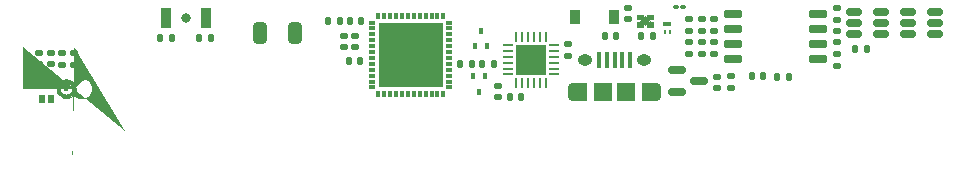
<source format=gts>
%TF.GenerationSoftware,KiCad,Pcbnew,6.0.5-a6ca702e91~116~ubuntu22.04.1*%
%TF.CreationDate,2022-07-01T18:09:48-07:00*%
%TF.ProjectId,OSSG_v0p3,4f535347-5f76-4307-9033-2e6b69636164,v0.3*%
%TF.SameCoordinates,Original*%
%TF.FileFunction,Soldermask,Top*%
%TF.FilePolarity,Negative*%
%FSLAX46Y46*%
G04 Gerber Fmt 4.6, Leading zero omitted, Abs format (unit mm)*
G04 Created by KiCad (PCBNEW 6.0.5-a6ca702e91~116~ubuntu22.04.1) date 2022-07-01 18:09:48*
%MOMM*%
%LPD*%
G01*
G04 APERTURE LIST*
G04 Aperture macros list*
%AMRoundRect*
0 Rectangle with rounded corners*
0 $1 Rounding radius*
0 $2 $3 $4 $5 $6 $7 $8 $9 X,Y pos of 4 corners*
0 Add a 4 corners polygon primitive as box body*
4,1,4,$2,$3,$4,$5,$6,$7,$8,$9,$2,$3,0*
0 Add four circle primitives for the rounded corners*
1,1,$1+$1,$2,$3*
1,1,$1+$1,$4,$5*
1,1,$1+$1,$6,$7*
1,1,$1+$1,$8,$9*
0 Add four rect primitives between the rounded corners*
20,1,$1+$1,$2,$3,$4,$5,0*
20,1,$1+$1,$4,$5,$6,$7,0*
20,1,$1+$1,$6,$7,$8,$9,0*
20,1,$1+$1,$8,$9,$2,$3,0*%
%AMFreePoly0*
4,1,103,0.919391,0.822403,0.926250,0.818200,0.934269,0.817569,1.160851,0.702119,1.166075,0.696003,1.173507,0.692924,1.353325,0.513107,1.356403,0.505675,1.362519,0.500452,1.477969,0.273869,1.478600,0.265849,1.482803,0.258991,1.508245,0.098357,1.511543,0.091283,1.519917,0.075198,1.519565,0.074081,1.520059,0.073021,1.523152,0.002182,1.522358,0.000000,1.523152,-0.002182,
1.520059,-0.073021,1.519565,-0.074081,1.519917,-0.075198,1.511543,-0.091283,1.508245,-0.098357,1.482803,-0.258991,1.478600,-0.265849,1.477969,-0.273869,1.362519,-0.500452,1.356403,-0.505675,1.353325,-0.513107,1.173507,-0.692924,1.166075,-0.696003,1.160851,-0.702119,0.934269,-0.817569,0.926250,-0.818200,0.919391,-0.822403,0.668222,-0.862184,0.660400,-0.860306,0.652579,-0.862184,
0.401409,-0.822403,0.394551,-0.818200,0.386531,-0.817569,0.159948,-0.702119,0.154725,-0.696003,0.147293,-0.692925,-0.032524,-0.513107,-0.035603,-0.505675,-0.041719,-0.500451,-0.157169,-0.273869,-0.157800,-0.265850,-0.162003,-0.258991,-0.187445,-0.098355,-0.190741,-0.091288,-0.199117,-0.075198,-0.198765,-0.074081,-0.199259,-0.073021,-0.202352,-0.002181,-0.201558,0.000000,0.203023,0.000000,
0.225408,-0.141336,0.290375,-0.268841,0.391559,-0.370025,0.519062,-0.434992,0.660400,-0.457377,0.801736,-0.434992,0.929241,-0.370025,1.030425,-0.268841,1.095392,-0.141338,1.117777,0.000000,1.095392,0.141338,1.030425,0.268841,0.929241,0.370025,0.801736,0.434992,0.660400,0.457377,0.519062,0.434992,0.391559,0.370025,0.290375,0.268841,0.225408,0.141336,0.203023,0.000000,
-0.201558,0.000000,-0.202352,0.002181,-0.199259,0.073021,-0.198765,0.074081,-0.199117,0.075198,-0.190741,0.091288,-0.187445,0.098355,-0.162003,0.258991,-0.157800,0.265850,-0.157169,0.273869,-0.041719,0.500451,-0.035603,0.505675,-0.032524,0.513107,0.147293,0.692925,0.154725,0.696003,0.159948,0.702119,0.386531,0.817569,0.394551,0.818200,0.401409,0.822403,0.652579,0.862184,
0.660400,0.860306,0.668222,0.862184,0.919391,0.822403,0.919391,0.822403,$1*%
G04 Aperture macros list end*
%ADD10C,0.100000*%
%ADD11C,0.000100*%
%ADD12C,0.001000*%
%ADD13RoundRect,0.150000X0.512500X0.150000X-0.512500X0.150000X-0.512500X-0.150000X0.512500X-0.150000X0*%
%ADD14RoundRect,0.147500X-0.172500X0.147500X-0.172500X-0.147500X0.172500X-0.147500X0.172500X0.147500X0*%
%ADD15RoundRect,0.140000X0.170000X-0.140000X0.170000X0.140000X-0.170000X0.140000X-0.170000X-0.140000X0*%
%ADD16C,0.800000*%
%ADD17R,0.900000X1.700000*%
%ADD18R,0.400000X0.510000*%
%ADD19RoundRect,0.135000X0.135000X0.185000X-0.135000X0.185000X-0.135000X-0.185000X0.135000X-0.185000X0*%
%ADD20RoundRect,0.140000X-0.140000X-0.170000X0.140000X-0.170000X0.140000X0.170000X-0.140000X0.170000X0*%
%ADD21R,0.900000X1.200000*%
%ADD22RoundRect,0.140000X-0.170000X0.140000X-0.170000X-0.140000X0.170000X-0.140000X0.170000X0.140000X0*%
%ADD23RoundRect,0.135000X0.185000X-0.135000X0.185000X0.135000X-0.185000X0.135000X-0.185000X-0.135000X0*%
%ADD24RoundRect,0.250000X-0.325000X-0.650000X0.325000X-0.650000X0.325000X0.650000X-0.325000X0.650000X0*%
%ADD25R,0.522000X0.725000*%
%ADD26FreePoly0,180.000000*%
%ADD27C,0.381000*%
%ADD28RoundRect,0.140000X0.140000X0.170000X-0.140000X0.170000X-0.140000X-0.170000X0.140000X-0.170000X0*%
%ADD29RoundRect,0.100000X-0.130000X-0.100000X0.130000X-0.100000X0.130000X0.100000X-0.130000X0.100000X0*%
%ADD30RoundRect,0.014000X0.211000X0.161000X-0.211000X0.161000X-0.211000X-0.161000X0.211000X-0.161000X0*%
%ADD31RoundRect,0.014000X-0.161000X0.211000X-0.161000X-0.211000X0.161000X-0.211000X0.161000X0.211000X0*%
%ADD32RoundRect,0.014000X-0.211000X-0.161000X0.211000X-0.161000X0.211000X0.161000X-0.211000X0.161000X0*%
%ADD33RoundRect,0.014000X0.161000X-0.211000X0.161000X0.211000X-0.161000X0.211000X-0.161000X-0.211000X0*%
%ADD34R,5.400000X5.400000*%
%ADD35RoundRect,0.135000X-0.185000X0.135000X-0.185000X-0.135000X0.185000X-0.135000X0.185000X0.135000X0*%
%ADD36RoundRect,0.150000X-0.587500X-0.150000X0.587500X-0.150000X0.587500X0.150000X-0.587500X0.150000X0*%
%ADD37R,0.400000X1.350000*%
%ADD38R,1.200000X1.550000*%
%ADD39O,1.250000X0.950000*%
%ADD40O,0.890000X1.550000*%
%ADD41R,1.500000X1.550000*%
%ADD42RoundRect,0.150000X0.650000X0.150000X-0.650000X0.150000X-0.650000X-0.150000X0.650000X-0.150000X0*%
%ADD43RoundRect,0.062500X0.062500X-0.350000X0.062500X0.350000X-0.062500X0.350000X-0.062500X-0.350000X0*%
%ADD44RoundRect,0.062500X0.350000X-0.062500X0.350000X0.062500X-0.350000X0.062500X-0.350000X-0.062500X0*%
%ADD45R,2.600000X2.600000*%
%ADD46RoundRect,0.135000X-0.135000X-0.185000X0.135000X-0.185000X0.135000X0.185000X-0.135000X0.185000X0*%
%ADD47RoundRect,0.050000X0.075000X-0.150000X0.075000X0.150000X-0.075000X0.150000X-0.075000X-0.150000X0*%
%ADD48RoundRect,0.050000X0.300000X-0.150000X0.300000X0.150000X-0.300000X0.150000X-0.300000X-0.150000X0*%
G04 APERTURE END LIST*
%TO.C,U6*%
G36*
X86275400Y-82350000D02*
G01*
X86235619Y-82601169D01*
X86120169Y-82827752D01*
X85940352Y-83007569D01*
X85713769Y-83123019D01*
X85462600Y-83162800D01*
X85211431Y-83123019D01*
X84984848Y-83007569D01*
X84805031Y-82827752D01*
X84689581Y-82601169D01*
X84649800Y-82350000D01*
X84652893Y-82279160D01*
X84956533Y-82305725D01*
X84954600Y-82350000D01*
X84979463Y-82506981D01*
X85051619Y-82648595D01*
X85164005Y-82760981D01*
X85305619Y-82833137D01*
X85462600Y-82858000D01*
X85619581Y-82833137D01*
X85761195Y-82760981D01*
X85873581Y-82648595D01*
X85945737Y-82506981D01*
X85970600Y-82350000D01*
X85968667Y-82305725D01*
X86272307Y-82279160D01*
X86275400Y-82350000D01*
G37*
D10*
X86275400Y-82350000D02*
X86235619Y-82601169D01*
X86120169Y-82827752D01*
X85940352Y-83007569D01*
X85713769Y-83123019D01*
X85462600Y-83162800D01*
X85211431Y-83123019D01*
X84984848Y-83007569D01*
X84805031Y-82827752D01*
X84689581Y-82601169D01*
X84649800Y-82350000D01*
X84652893Y-82279160D01*
X84956533Y-82305725D01*
X84954600Y-82350000D01*
X84979463Y-82506981D01*
X85051619Y-82648595D01*
X85164005Y-82760981D01*
X85305619Y-82833137D01*
X85462600Y-82858000D01*
X85619581Y-82833137D01*
X85761195Y-82760981D01*
X85873581Y-82648595D01*
X85945737Y-82506981D01*
X85970600Y-82350000D01*
X85968667Y-82305725D01*
X86272307Y-82279160D01*
X86275400Y-82350000D01*
G36*
X85713769Y-81576981D02*
G01*
X85940352Y-81692431D01*
X86120169Y-81872248D01*
X86235619Y-82098831D01*
X86275400Y-82350000D01*
X86272307Y-82420840D01*
X85968667Y-82394275D01*
X85970600Y-82350000D01*
X85945737Y-82193019D01*
X85873581Y-82051405D01*
X85761195Y-81939019D01*
X85619581Y-81866863D01*
X85462600Y-81842000D01*
X85305619Y-81866863D01*
X85164005Y-81939019D01*
X85051619Y-82051405D01*
X84979463Y-82193019D01*
X84954600Y-82350000D01*
X84956533Y-82394275D01*
X84652893Y-82420840D01*
X84649800Y-82350000D01*
X84689581Y-82098831D01*
X84805031Y-81872248D01*
X84984848Y-81692431D01*
X85211431Y-81576981D01*
X85462600Y-81537200D01*
X85713769Y-81576981D01*
G37*
X85713769Y-81576981D02*
X85940352Y-81692431D01*
X86120169Y-81872248D01*
X86235619Y-82098831D01*
X86275400Y-82350000D01*
X86272307Y-82420840D01*
X85968667Y-82394275D01*
X85970600Y-82350000D01*
X85945737Y-82193019D01*
X85873581Y-82051405D01*
X85761195Y-81939019D01*
X85619581Y-81866863D01*
X85462600Y-81842000D01*
X85305619Y-81866863D01*
X85164005Y-81939019D01*
X85051619Y-82051405D01*
X84979463Y-82193019D01*
X84954600Y-82350000D01*
X84956533Y-82394275D01*
X84652893Y-82420840D01*
X84649800Y-82350000D01*
X84689581Y-82098831D01*
X84805031Y-81872248D01*
X84984848Y-81692431D01*
X85211431Y-81576981D01*
X85462600Y-81537200D01*
X85713769Y-81576981D01*
%TO.C,U3*%
G36*
X135112500Y-76455000D02*
G01*
X134822500Y-76455000D01*
X134622500Y-76255000D01*
X134622500Y-76095000D01*
X135112500Y-76095000D01*
X135112500Y-76455000D01*
G37*
D11*
X135112500Y-76455000D02*
X134822500Y-76455000D01*
X134622500Y-76255000D01*
X134622500Y-76095000D01*
X135112500Y-76095000D01*
X135112500Y-76455000D01*
G36*
X134302500Y-76945000D02*
G01*
X134302500Y-77105000D01*
X133812500Y-77105000D01*
X133812500Y-76745000D01*
X134102500Y-76745000D01*
X134302500Y-76945000D01*
G37*
X134302500Y-76945000D02*
X134302500Y-77105000D01*
X133812500Y-77105000D01*
X133812500Y-76745000D01*
X134102500Y-76745000D01*
X134302500Y-76945000D01*
G36*
X134862500Y-76600000D02*
G01*
X134462500Y-77000000D01*
X134062500Y-76600000D01*
X134462500Y-76200000D01*
X134862500Y-76600000D01*
G37*
D12*
X134862500Y-76600000D02*
X134462500Y-77000000D01*
X134062500Y-76600000D01*
X134462500Y-76200000D01*
X134862500Y-76600000D01*
G36*
X135112500Y-77105000D02*
G01*
X134622500Y-77105000D01*
X134622500Y-76945000D01*
X134822500Y-76745000D01*
X135112500Y-76745000D01*
X135112500Y-77105000D01*
G37*
D11*
X135112500Y-77105000D02*
X134622500Y-77105000D01*
X134622500Y-76945000D01*
X134822500Y-76745000D01*
X135112500Y-76745000D01*
X135112500Y-77105000D01*
G36*
X134302500Y-76255000D02*
G01*
X134102500Y-76455000D01*
X133812500Y-76455000D01*
X133812500Y-76095000D01*
X134302500Y-76095000D01*
X134302500Y-76255000D01*
G37*
X134302500Y-76255000D02*
X134102500Y-76455000D01*
X133812500Y-76455000D01*
X133812500Y-76095000D01*
X134302500Y-76095000D01*
X134302500Y-76255000D01*
%TD*%
D13*
%TO.C,Q1*%
X158981007Y-77745775D03*
X158981007Y-76795775D03*
X158981007Y-75845775D03*
X156706007Y-75845775D03*
X156706007Y-76795775D03*
X156706007Y-77745775D03*
%TD*%
D14*
%TO.C,D1*%
X140300000Y-76460000D03*
X140300000Y-77430000D03*
%TD*%
D15*
%TO.C,C18*%
X122000000Y-83080000D03*
X122000000Y-82120000D03*
%TD*%
D16*
%TO.C,SW1*%
X95600000Y-76400000D03*
D17*
X93900000Y-76400000D03*
X97300000Y-76400000D03*
%TD*%
D18*
%TO.C,Q3*%
X120074511Y-78754511D03*
X121074511Y-78754511D03*
X120574511Y-77464511D03*
%TD*%
D19*
%TO.C,R4*%
X153260000Y-79025000D03*
X152240000Y-79025000D03*
%TD*%
D20*
%TO.C,C1*%
X96745000Y-78065000D03*
X97705000Y-78065000D03*
%TD*%
D18*
%TO.C,Q2*%
X120915000Y-81305000D03*
X119915000Y-81305000D03*
X120415000Y-82595000D03*
%TD*%
D21*
%TO.C,D5*%
X131850000Y-76250000D03*
X128550000Y-76250000D03*
%TD*%
D22*
%TO.C,C16*%
X84150000Y-79340000D03*
X84150000Y-80300000D03*
%TD*%
D23*
%TO.C,R6*%
X86150000Y-80360000D03*
X86150000Y-79340000D03*
%TD*%
D20*
%TO.C,C7*%
X131070000Y-77900000D03*
X132030000Y-77900000D03*
%TD*%
D24*
%TO.C,AE1*%
X101867000Y-77612000D03*
X104817000Y-77612000D03*
%TD*%
D25*
%TO.C,U6*%
X83388600Y-83187747D03*
X84210600Y-83187747D03*
D26*
X86123000Y-82350000D03*
D25*
X84210600Y-81512253D03*
X83388600Y-81512253D03*
D27*
X85462600Y-82350000D03*
%TD*%
D28*
%TO.C,C4*%
X110360000Y-79980000D03*
X109400000Y-79980000D03*
%TD*%
D29*
%TO.C,R11*%
X137080000Y-75400000D03*
X137720000Y-75400000D03*
%TD*%
D13*
%TO.C,IC1*%
X154431007Y-77745775D03*
X154431007Y-76795775D03*
X154431007Y-75845775D03*
X152156007Y-75845775D03*
X152156007Y-76795775D03*
X152156007Y-77745775D03*
%TD*%
D30*
%TO.C,U1*%
X111385000Y-76750000D03*
X111385000Y-77250000D03*
X111385000Y-77750000D03*
X111385000Y-78250000D03*
X111385000Y-78750000D03*
X111385000Y-79250000D03*
X111385000Y-79750000D03*
X111385000Y-80250000D03*
X111385000Y-80750000D03*
X111385000Y-81250000D03*
X111385000Y-81750000D03*
X111385000Y-82250000D03*
D31*
X111900000Y-82765000D03*
X112400000Y-82765000D03*
X112900000Y-82765000D03*
X113400000Y-82765000D03*
X113900000Y-82765000D03*
X114400000Y-82765000D03*
X114900000Y-82765000D03*
X115400000Y-82765000D03*
X115900000Y-82765000D03*
X116400000Y-82765000D03*
X116900000Y-82765000D03*
X117400000Y-82765000D03*
D32*
X117915000Y-82250000D03*
X117915000Y-81750000D03*
X117915000Y-81250000D03*
X117915000Y-80750000D03*
X117915000Y-80250000D03*
X117915000Y-79750000D03*
X117915000Y-79250000D03*
X117915000Y-78750000D03*
X117915000Y-78250000D03*
X117915000Y-77750000D03*
X117915000Y-77250000D03*
X117915000Y-76750000D03*
D33*
X117400000Y-76235000D03*
X116900000Y-76235000D03*
X116400000Y-76235000D03*
X115900000Y-76235000D03*
X115400000Y-76235000D03*
X114900000Y-76235000D03*
X114400000Y-76235000D03*
X113900000Y-76235000D03*
X113400000Y-76235000D03*
X112900000Y-76235000D03*
X112400000Y-76235000D03*
X111900000Y-76235000D03*
D34*
X114650000Y-79500000D03*
%TD*%
D35*
%TO.C,R7*%
X85150000Y-79340000D03*
X85150000Y-80360000D03*
%TD*%
D36*
%TO.C,U5*%
X137162500Y-80750000D03*
X137162500Y-82650000D03*
X139037500Y-81700000D03*
%TD*%
D19*
%TO.C,R16*%
X146635000Y-81400000D03*
X145615000Y-81400000D03*
%TD*%
D23*
%TO.C,R9*%
X139300000Y-79400000D03*
X139300000Y-78380000D03*
%TD*%
D22*
%TO.C,C17*%
X140600000Y-81370000D03*
X140600000Y-82330000D03*
%TD*%
D37*
%TO.C,J1*%
X130600000Y-79900000D03*
X131250000Y-79900000D03*
X131900000Y-79900000D03*
X132550000Y-79900000D03*
X133200000Y-79900000D03*
D38*
X129000000Y-82600000D03*
D39*
X129400000Y-79900000D03*
D40*
X128400000Y-82600000D03*
X135400000Y-82600000D03*
D41*
X130900000Y-82600000D03*
X132900000Y-82600000D03*
D38*
X134800000Y-82600000D03*
D39*
X134400000Y-79900000D03*
%TD*%
D20*
%TO.C,C20*%
X143520000Y-81300000D03*
X144480000Y-81300000D03*
%TD*%
D35*
%TO.C,R13*%
X138225000Y-78380000D03*
X138225000Y-79400000D03*
%TD*%
D20*
%TO.C,C2*%
X109482500Y-76600000D03*
X110442500Y-76600000D03*
%TD*%
D23*
%TO.C,R8*%
X140300000Y-79400000D03*
X140300000Y-78380000D03*
%TD*%
D42*
%TO.C,U2*%
X149086075Y-79845000D03*
X149086075Y-78575000D03*
X149086075Y-77305000D03*
X149086075Y-76035000D03*
X141886075Y-76035000D03*
X141886075Y-77305000D03*
X141886075Y-78575000D03*
X141886075Y-79845000D03*
%TD*%
D22*
%TO.C,C12*%
X150686075Y-77475000D03*
X150686075Y-78435000D03*
%TD*%
D23*
%TO.C,R5*%
X150686075Y-80455000D03*
X150686075Y-79435000D03*
%TD*%
D19*
%TO.C,R2*%
X94460000Y-78090000D03*
X93440000Y-78090000D03*
%TD*%
D28*
%TO.C,C11*%
X135130000Y-77900000D03*
X134170000Y-77900000D03*
%TD*%
D20*
%TO.C,C9*%
X123000000Y-83050000D03*
X123960000Y-83050000D03*
%TD*%
D22*
%TO.C,C10*%
X133050000Y-75520000D03*
X133050000Y-76480000D03*
%TD*%
D14*
%TO.C,D2*%
X139300000Y-76460000D03*
X139300000Y-77430000D03*
%TD*%
D15*
%TO.C,C6*%
X109950000Y-78830000D03*
X109950000Y-77870000D03*
%TD*%
D43*
%TO.C,U4*%
X123550000Y-81837500D03*
X124050000Y-81837500D03*
X124550000Y-81837500D03*
X125050000Y-81837500D03*
X125550000Y-81837500D03*
X126050000Y-81837500D03*
D44*
X126737500Y-81150000D03*
X126737500Y-80650000D03*
X126737500Y-80150000D03*
X126737500Y-79650000D03*
X126737500Y-79150000D03*
X126737500Y-78650000D03*
D43*
X126050000Y-77962500D03*
X125550000Y-77962500D03*
X125050000Y-77962500D03*
X124550000Y-77962500D03*
X124050000Y-77962500D03*
X123550000Y-77962500D03*
D44*
X122862500Y-78650000D03*
X122862500Y-79150000D03*
X122862500Y-79650000D03*
X122862500Y-80150000D03*
X122862500Y-80650000D03*
X122862500Y-81150000D03*
D45*
X124800000Y-79900000D03*
%TD*%
D22*
%TO.C,C8*%
X127975000Y-78595000D03*
X127975000Y-79555000D03*
%TD*%
D46*
%TO.C,R14*%
X120690000Y-80270000D03*
X121710000Y-80270000D03*
%TD*%
D28*
%TO.C,C5*%
X108620000Y-76600000D03*
X107660000Y-76600000D03*
%TD*%
D35*
%TO.C,R10*%
X141750000Y-81290000D03*
X141750000Y-82310000D03*
%TD*%
D22*
%TO.C,C15*%
X83200000Y-79340000D03*
X83200000Y-80300000D03*
%TD*%
D47*
%TO.C,Q4*%
X136125000Y-77550000D03*
X136575000Y-77550000D03*
D48*
X136350000Y-76850000D03*
%TD*%
D35*
%TO.C,R1*%
X150686075Y-75495000D03*
X150686075Y-76515000D03*
%TD*%
%TO.C,R12*%
X138225000Y-76430000D03*
X138225000Y-77450000D03*
%TD*%
D19*
%TO.C,R15*%
X119810000Y-80270000D03*
X118790000Y-80270000D03*
%TD*%
D15*
%TO.C,C3*%
X108950000Y-78830000D03*
X108950000Y-77870000D03*
%TD*%
M02*

</source>
